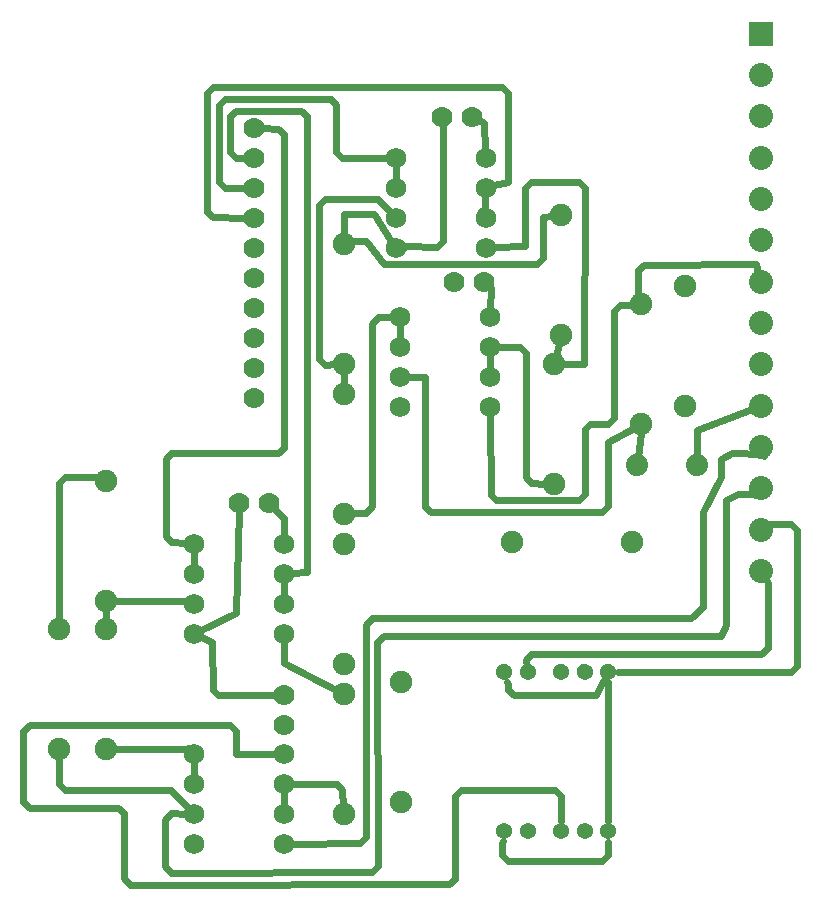
<source format=gtl>
G04 MADE WITH FRITZING*
G04 WWW.FRITZING.ORG*
G04 DOUBLE SIDED*
G04 HOLES PLATED*
G04 CONTOUR ON CENTER OF CONTOUR VECTOR*
%ASAXBY*%
%FSLAX23Y23*%
%MOIN*%
%OFA0B0*%
%SFA1.0B1.0*%
%ADD10C,0.075000*%
%ADD11C,0.070000*%
%ADD12C,0.053843*%
%ADD13C,0.080000*%
%ADD14C,0.068000*%
%ADD15C,0.074000*%
%ADD16R,0.080000X0.080000*%
%ADD17C,0.024000*%
%ADD18R,0.001000X0.001000*%
%LNCOPPER1*%
G90*
G70*
G54D10*
X196Y923D03*
X196Y523D03*
X2282Y2065D03*
X2282Y1665D03*
X1337Y746D03*
X1337Y346D03*
X1705Y1212D03*
X2105Y1212D03*
G54D11*
X1473Y2629D03*
X1573Y2629D03*
X1513Y2078D03*
X1613Y2078D03*
X944Y600D03*
X944Y700D03*
X795Y1341D03*
X895Y1341D03*
G54D12*
X1680Y247D03*
X1759Y247D03*
X1869Y247D03*
X1948Y247D03*
X2026Y247D03*
X1680Y779D03*
X1759Y779D03*
X1869Y779D03*
X1948Y779D03*
X2026Y779D03*
G54D11*
X845Y2593D03*
X845Y2493D03*
X845Y2393D03*
X845Y2293D03*
X845Y2193D03*
X845Y2093D03*
X845Y1993D03*
X845Y1893D03*
X845Y1793D03*
X845Y1693D03*
G54D10*
X2137Y1605D03*
X2137Y2005D03*
X1145Y2205D03*
X1145Y1805D03*
X353Y1415D03*
X353Y1015D03*
X353Y923D03*
X353Y523D03*
X1145Y1705D03*
X1145Y1305D03*
X1869Y2301D03*
X1869Y1901D03*
X1145Y1205D03*
X1145Y805D03*
X1145Y705D03*
X1145Y305D03*
X1845Y1805D03*
X1845Y1405D03*
G54D13*
X2536Y2906D03*
X2536Y2768D03*
X2536Y2630D03*
X2536Y2493D03*
X2536Y2355D03*
X2536Y2217D03*
X2536Y2079D03*
X2536Y1941D03*
X2536Y1804D03*
X2536Y1666D03*
X2536Y1528D03*
X2536Y1390D03*
X2536Y1252D03*
X2536Y1115D03*
G54D14*
X645Y1205D03*
X645Y1105D03*
X645Y1005D03*
X645Y905D03*
X945Y905D03*
X945Y1005D03*
X945Y1105D03*
X945Y1205D03*
X645Y1205D03*
X645Y1105D03*
X645Y1005D03*
X645Y905D03*
X945Y905D03*
X945Y1005D03*
X945Y1105D03*
X945Y1205D03*
X645Y505D03*
X645Y405D03*
X645Y305D03*
X645Y205D03*
X945Y205D03*
X945Y305D03*
X945Y405D03*
X945Y505D03*
X645Y505D03*
X645Y405D03*
X645Y305D03*
X645Y205D03*
X945Y205D03*
X945Y305D03*
X945Y405D03*
X945Y505D03*
X1318Y2493D03*
X1318Y2393D03*
X1318Y2293D03*
X1318Y2193D03*
X1618Y2193D03*
X1618Y2293D03*
X1618Y2393D03*
X1618Y2493D03*
X1318Y2493D03*
X1318Y2393D03*
X1318Y2293D03*
X1318Y2193D03*
X1618Y2193D03*
X1618Y2293D03*
X1618Y2393D03*
X1618Y2493D03*
X1333Y1962D03*
X1333Y1862D03*
X1333Y1762D03*
X1333Y1662D03*
X1633Y1662D03*
X1633Y1762D03*
X1633Y1862D03*
X1633Y1962D03*
X1333Y1962D03*
X1333Y1862D03*
X1333Y1762D03*
X1333Y1662D03*
X1633Y1662D03*
X1633Y1762D03*
X1633Y1862D03*
X1633Y1962D03*
G54D15*
X2122Y1468D03*
X2322Y1468D03*
G54D16*
X2536Y2906D03*
G54D17*
X1711Y700D02*
X1985Y702D01*
D02*
X1692Y739D02*
X1692Y719D01*
D02*
X1985Y702D02*
X2010Y749D01*
D02*
X1692Y719D02*
X1711Y700D01*
D02*
X1690Y746D02*
X1692Y739D01*
D02*
X2558Y1271D02*
X2560Y1272D01*
D02*
X1672Y207D02*
X1674Y214D01*
D02*
X1672Y168D02*
X1672Y207D01*
D02*
X2026Y168D02*
X2007Y149D01*
D02*
X1751Y818D02*
X1770Y838D01*
D02*
X2558Y1074D02*
X2551Y1088D01*
D02*
X2558Y857D02*
X2558Y1074D01*
D02*
X2637Y778D02*
X2657Y799D01*
D02*
X2655Y1251D02*
X2637Y1271D01*
D02*
X1691Y149D02*
X1672Y168D01*
D02*
X2007Y149D02*
X1691Y149D01*
D02*
X2026Y213D02*
X2026Y168D01*
D02*
X2026Y281D02*
X2026Y745D01*
D02*
X2537Y838D02*
X2558Y857D01*
D02*
X1770Y838D02*
X2537Y838D01*
D02*
X1752Y812D02*
X1751Y818D01*
D02*
X2637Y1271D02*
X2558Y1271D01*
D02*
X2657Y799D02*
X2655Y1251D01*
D02*
X2060Y779D02*
X2637Y778D01*
D02*
X432Y69D02*
X1495Y71D01*
D02*
X413Y307D02*
X413Y90D01*
D02*
X98Y326D02*
X392Y326D01*
D02*
X76Y583D02*
X76Y344D01*
D02*
X785Y583D02*
X766Y601D01*
D02*
X1515Y89D02*
X1515Y365D01*
D02*
X787Y504D02*
X785Y583D01*
D02*
X76Y344D02*
X98Y326D01*
D02*
X1869Y365D02*
X1869Y281D01*
D02*
X1515Y365D02*
X1534Y384D01*
D02*
X1534Y384D02*
X1850Y384D01*
D02*
X766Y601D02*
X98Y601D01*
D02*
X1850Y384D02*
X1869Y365D01*
D02*
X1495Y71D02*
X1515Y89D01*
D02*
X413Y90D02*
X432Y69D01*
D02*
X392Y326D02*
X413Y307D01*
D02*
X98Y601D02*
X76Y583D01*
D02*
X918Y505D02*
X787Y504D01*
D02*
X1634Y2058D02*
X1633Y1989D01*
D02*
X1612Y2609D02*
X1597Y2617D01*
D02*
X1631Y2060D02*
X1634Y2058D01*
D02*
X1616Y2520D02*
X1612Y2609D01*
D02*
X944Y1290D02*
X913Y1322D01*
D02*
X945Y1232D02*
X944Y1290D01*
D02*
X570Y385D02*
X627Y325D01*
D02*
X196Y494D02*
X197Y406D01*
D02*
X215Y385D02*
X570Y385D01*
D02*
X197Y406D02*
X215Y385D01*
D02*
X314Y1428D02*
X326Y1424D01*
D02*
X215Y1428D02*
X314Y1428D01*
D02*
X197Y1409D02*
X215Y1428D01*
D02*
X196Y952D02*
X197Y1409D01*
D02*
X1476Y2215D02*
X1474Y2603D01*
D02*
X1457Y2196D02*
X1476Y2215D01*
D02*
X1356Y2197D02*
X1457Y2196D01*
D02*
X1345Y2196D02*
X1356Y2197D01*
D02*
X787Y975D02*
X795Y1315D01*
D02*
X669Y917D02*
X787Y975D01*
D02*
X708Y719D02*
X707Y878D01*
D02*
X726Y700D02*
X708Y719D01*
D02*
X917Y700D02*
X726Y700D01*
D02*
X707Y878D02*
X670Y894D01*
D02*
X944Y807D02*
X945Y878D01*
D02*
X1120Y718D02*
X944Y807D01*
D02*
X945Y1078D02*
X945Y1032D01*
D02*
X645Y1178D02*
X645Y1132D01*
D02*
X608Y1016D02*
X382Y1015D01*
D02*
X619Y1013D02*
X608Y1016D01*
D02*
X353Y986D02*
X353Y952D01*
D02*
X628Y523D02*
X627Y525D01*
D02*
X382Y523D02*
X628Y523D01*
D02*
X570Y1507D02*
X551Y1488D01*
D02*
X924Y1507D02*
X570Y1507D01*
D02*
X944Y1526D02*
X924Y1507D01*
D02*
X944Y2571D02*
X944Y1526D01*
D02*
X924Y2589D02*
X944Y2571D01*
D02*
X876Y2591D02*
X924Y2589D01*
D02*
X570Y1212D02*
X618Y1207D01*
D02*
X551Y1232D02*
X570Y1212D01*
D02*
X551Y1488D02*
X551Y1232D01*
D02*
X1140Y386D02*
X1121Y405D01*
D02*
X1121Y405D02*
X972Y405D01*
D02*
X1143Y333D02*
X1140Y386D01*
D02*
X1023Y1113D02*
X972Y1108D01*
D02*
X1023Y1370D02*
X1023Y1113D01*
D02*
X1021Y2630D02*
X1023Y1370D01*
D02*
X1003Y2648D02*
X1021Y2630D01*
D02*
X1278Y2492D02*
X1290Y2492D01*
D02*
X1140Y2493D02*
X1278Y2492D01*
D02*
X1120Y2512D02*
X1140Y2493D01*
D02*
X1120Y2669D02*
X1120Y2512D01*
D02*
X1101Y2689D02*
X1120Y2669D01*
D02*
X785Y2648D02*
X1003Y2648D01*
D02*
X767Y2630D02*
X785Y2648D01*
D02*
X785Y2492D02*
X767Y2512D01*
D02*
X767Y2512D02*
X767Y2630D01*
D02*
X814Y2492D02*
X785Y2492D01*
D02*
X748Y2689D02*
X1101Y2689D01*
D02*
X728Y2669D02*
X748Y2689D01*
D02*
X748Y2392D02*
X728Y2411D01*
D02*
X728Y2411D02*
X728Y2669D01*
D02*
X814Y2393D02*
X748Y2392D01*
D02*
X550Y131D02*
X550Y285D01*
D02*
X568Y109D02*
X550Y131D01*
D02*
X1238Y110D02*
X568Y109D01*
D02*
X1259Y130D02*
X1238Y110D01*
D02*
X568Y307D02*
X618Y306D01*
D02*
X550Y285D02*
X568Y307D01*
D02*
X2459Y1370D02*
X2420Y1350D01*
D02*
X2518Y1370D02*
X2459Y1370D01*
D02*
X2515Y1367D02*
X2518Y1370D01*
D02*
X2401Y897D02*
X1279Y897D01*
D02*
X2420Y936D02*
X2401Y897D01*
D02*
X2420Y1350D02*
X2420Y936D01*
D02*
X1257Y877D02*
X1259Y130D01*
D02*
X1279Y897D02*
X1257Y877D01*
D02*
X2545Y1505D02*
X2440Y1508D01*
D02*
X2341Y1312D02*
X2341Y994D01*
D02*
X2401Y1428D02*
X2341Y1312D01*
D02*
X2341Y994D02*
X2303Y957D01*
D02*
X2401Y1488D02*
X2401Y1428D01*
D02*
X2440Y1508D02*
X2401Y1488D01*
D02*
X2547Y1499D02*
X2545Y1505D01*
D02*
X1220Y936D02*
X1219Y228D01*
D02*
X1239Y957D02*
X1220Y936D01*
D02*
X2303Y957D02*
X1239Y957D01*
D02*
X1199Y208D02*
X972Y205D01*
D02*
X1219Y228D02*
X1199Y208D01*
D02*
X2006Y1312D02*
X1437Y1311D01*
D02*
X1437Y1311D02*
X1416Y1329D01*
D02*
X1417Y1763D02*
X1360Y1762D01*
D02*
X1416Y1329D02*
X1417Y1763D01*
D02*
X2026Y1331D02*
X2006Y1312D01*
D02*
X2026Y1447D02*
X2026Y1331D01*
D02*
X2026Y1546D02*
X2026Y1447D01*
D02*
X2112Y1592D02*
X2026Y1546D01*
D02*
X2125Y2038D02*
X2127Y2032D01*
D02*
X2125Y2118D02*
X2125Y2038D01*
D02*
X2144Y2136D02*
X2125Y2118D01*
D02*
X2518Y2137D02*
X2144Y2136D01*
D02*
X2527Y2109D02*
X2518Y2137D01*
D02*
X2125Y1495D02*
X2134Y1576D01*
D02*
X2321Y1585D02*
X2321Y1495D01*
D02*
X2507Y1655D02*
X2321Y1585D01*
D02*
X2027Y1606D02*
X1966Y1605D01*
D02*
X1652Y1350D02*
X1634Y1369D01*
D02*
X1928Y1350D02*
X1652Y1350D01*
D02*
X1948Y1370D02*
X1928Y1350D01*
D02*
X1948Y1587D02*
X1948Y1370D01*
D02*
X1966Y1605D02*
X1948Y1587D01*
D02*
X1634Y1369D02*
X1633Y1634D01*
D02*
X2046Y1625D02*
X2027Y1606D01*
D02*
X2045Y1980D02*
X2046Y1625D01*
D02*
X2065Y2000D02*
X2045Y1980D01*
D02*
X2109Y2003D02*
X2065Y2000D01*
D02*
X1062Y1822D02*
X1061Y2334D01*
D02*
X1082Y1802D02*
X1062Y1822D01*
D02*
X1258Y2354D02*
X1299Y2312D01*
D02*
X1081Y2354D02*
X1258Y2354D01*
D02*
X1061Y2334D02*
X1081Y2354D01*
D02*
X1117Y1804D02*
X1082Y1802D01*
D02*
X1145Y1733D02*
X1145Y1776D01*
D02*
X1145Y2305D02*
X1145Y2233D01*
D02*
X1244Y2305D02*
X1145Y2305D01*
D02*
X1303Y2216D02*
X1244Y2305D01*
D02*
X1692Y2709D02*
X1691Y2413D01*
D02*
X1673Y2728D02*
X1692Y2709D01*
D02*
X708Y2728D02*
X1673Y2728D01*
D02*
X689Y2709D02*
X708Y2728D01*
D02*
X689Y2313D02*
X689Y2709D01*
D02*
X708Y2294D02*
X689Y2313D01*
D02*
X814Y2293D02*
X708Y2294D01*
D02*
X1691Y2413D02*
X1644Y2400D01*
D02*
X1809Y2294D02*
X1840Y2298D01*
D02*
X1750Y2393D02*
X1750Y2197D01*
D02*
X1750Y2197D02*
X1645Y2194D01*
D02*
X1945Y1805D02*
X1948Y2393D01*
D02*
X1929Y2413D02*
X1770Y2413D01*
D02*
X1770Y2413D02*
X1750Y2393D01*
D02*
X1948Y2393D02*
X1929Y2413D01*
D02*
X1874Y1805D02*
X1945Y1805D01*
D02*
X1731Y1862D02*
X1660Y1862D01*
D02*
X1751Y1429D02*
X1751Y1842D01*
D02*
X1751Y1842D02*
X1731Y1862D01*
D02*
X1770Y1409D02*
X1751Y1429D01*
D02*
X1817Y1406D02*
X1770Y1409D01*
D02*
X1862Y1873D02*
X1852Y1833D01*
D02*
X1809Y2157D02*
X1809Y2294D01*
D02*
X1789Y2138D02*
X1809Y2157D01*
D02*
X1278Y2138D02*
X1789Y2138D01*
D02*
X1219Y2216D02*
X1278Y2138D01*
D02*
X1179Y2216D02*
X1219Y2216D01*
D02*
X1172Y2214D02*
X1179Y2216D01*
D02*
X1260Y1960D02*
X1305Y1961D01*
D02*
X1239Y1939D02*
X1260Y1960D01*
D02*
X1239Y1330D02*
X1239Y1939D01*
D02*
X1219Y1309D02*
X1239Y1330D01*
D02*
X1174Y1307D02*
X1219Y1309D01*
D02*
X945Y378D02*
X945Y332D01*
D02*
X1617Y2293D02*
X1617Y2366D01*
D02*
X1601Y2314D02*
X1617Y2293D01*
D02*
X1633Y1789D02*
X1633Y1834D01*
D02*
X645Y432D02*
X645Y478D01*
D02*
X1333Y1889D02*
X1333Y1934D01*
D02*
X1318Y2420D02*
X1318Y2466D01*
G54D18*
X1678Y805D02*
X1679Y805D01*
X1757Y805D02*
X1758Y805D01*
X1867Y805D02*
X1868Y805D01*
X1946Y805D02*
X1947Y805D01*
X2024Y805D02*
X2026Y805D01*
X1672Y804D02*
X1685Y804D01*
X1751Y804D02*
X1764Y804D01*
X1861Y804D02*
X1874Y804D01*
X1940Y804D02*
X1953Y804D01*
X2018Y804D02*
X2032Y804D01*
X1669Y803D02*
X1688Y803D01*
X1748Y803D02*
X1767Y803D01*
X1858Y803D02*
X1877Y803D01*
X1937Y803D02*
X1956Y803D01*
X2016Y803D02*
X2034Y803D01*
X1668Y802D02*
X1690Y802D01*
X1746Y802D02*
X1769Y802D01*
X1856Y802D02*
X1879Y802D01*
X1935Y802D02*
X1958Y802D01*
X2014Y802D02*
X2036Y802D01*
X1666Y801D02*
X1692Y801D01*
X1744Y801D02*
X1771Y801D01*
X1855Y801D02*
X1881Y801D01*
X1933Y801D02*
X1959Y801D01*
X2012Y801D02*
X2038Y801D01*
X1664Y800D02*
X1693Y800D01*
X1743Y800D02*
X1772Y800D01*
X1853Y800D02*
X1882Y800D01*
X1932Y800D02*
X1961Y800D01*
X2011Y800D02*
X2040Y800D01*
X1663Y799D02*
X1694Y799D01*
X1742Y799D02*
X1773Y799D01*
X1852Y799D02*
X1883Y799D01*
X1931Y799D02*
X1962Y799D01*
X2009Y799D02*
X2041Y799D01*
X1662Y798D02*
X1696Y798D01*
X1741Y798D02*
X1774Y798D01*
X1851Y798D02*
X1885Y798D01*
X1930Y798D02*
X1963Y798D01*
X2008Y798D02*
X2042Y798D01*
X1661Y797D02*
X1697Y797D01*
X1740Y797D02*
X1775Y797D01*
X1850Y797D02*
X1885Y797D01*
X1929Y797D02*
X1964Y797D01*
X2007Y797D02*
X2043Y797D01*
X1660Y796D02*
X1697Y796D01*
X1739Y796D02*
X1776Y796D01*
X1849Y796D02*
X1886Y796D01*
X1928Y796D02*
X1965Y796D01*
X2007Y796D02*
X2044Y796D01*
X1659Y795D02*
X1677Y795D01*
X1680Y795D02*
X1698Y795D01*
X1738Y795D02*
X1756Y795D01*
X1759Y795D02*
X1777Y795D01*
X1848Y795D02*
X1866Y795D01*
X1869Y795D02*
X1887Y795D01*
X1927Y795D02*
X1945Y795D01*
X1948Y795D02*
X1966Y795D01*
X2006Y795D02*
X2024Y795D01*
X2027Y795D02*
X2045Y795D01*
X1659Y794D02*
X1673Y794D01*
X1685Y794D02*
X1699Y794D01*
X1737Y794D02*
X1752Y794D01*
X1764Y794D02*
X1778Y794D01*
X1847Y794D02*
X1862Y794D01*
X1874Y794D02*
X1888Y794D01*
X1926Y794D02*
X1940Y794D01*
X1953Y794D02*
X1967Y794D01*
X2005Y794D02*
X2019Y794D01*
X2031Y794D02*
X2045Y794D01*
X1658Y793D02*
X1671Y793D01*
X1687Y793D02*
X1700Y793D01*
X1737Y793D02*
X1750Y793D01*
X1766Y793D02*
X1778Y793D01*
X1847Y793D02*
X1860Y793D01*
X1876Y793D02*
X1888Y793D01*
X1926Y793D02*
X1939Y793D01*
X1954Y793D02*
X1967Y793D01*
X2004Y793D02*
X2017Y793D01*
X2033Y793D02*
X2046Y793D01*
X1657Y792D02*
X1669Y792D01*
X1688Y792D02*
X1700Y792D01*
X1736Y792D02*
X1748Y792D01*
X1767Y792D02*
X1779Y792D01*
X1846Y792D02*
X1858Y792D01*
X1877Y792D02*
X1889Y792D01*
X1925Y792D02*
X1937Y792D01*
X1956Y792D02*
X1968Y792D01*
X2004Y792D02*
X2016Y792D01*
X2035Y792D02*
X2046Y792D01*
X1657Y791D02*
X1668Y791D01*
X1690Y791D02*
X1701Y791D01*
X1736Y791D02*
X1747Y791D01*
X1768Y791D02*
X1779Y791D01*
X1846Y791D02*
X1857Y791D01*
X1878Y791D02*
X1890Y791D01*
X1925Y791D02*
X1936Y791D01*
X1957Y791D02*
X1968Y791D01*
X2003Y791D02*
X2015Y791D01*
X2036Y791D02*
X2047Y791D01*
X1656Y790D02*
X1667Y790D01*
X1691Y790D02*
X1701Y790D01*
X1735Y790D02*
X1746Y790D01*
X1769Y790D02*
X1780Y790D01*
X1845Y790D02*
X1856Y790D01*
X1879Y790D02*
X1890Y790D01*
X1924Y790D02*
X1935Y790D01*
X1958Y790D02*
X1969Y790D01*
X2003Y790D02*
X2014Y790D01*
X2037Y790D02*
X2048Y790D01*
X1656Y789D02*
X1666Y789D01*
X1691Y789D02*
X1702Y789D01*
X1735Y789D02*
X1745Y789D01*
X1770Y789D02*
X1780Y789D01*
X1845Y789D02*
X1855Y789D01*
X1880Y789D02*
X1890Y789D01*
X1924Y789D02*
X1934Y789D01*
X1959Y789D02*
X1969Y789D01*
X2002Y789D02*
X2013Y789D01*
X2038Y789D02*
X2048Y789D01*
X1656Y788D02*
X1666Y788D01*
X1692Y788D02*
X1702Y788D01*
X1734Y788D02*
X1744Y788D01*
X1771Y788D02*
X1781Y788D01*
X1845Y788D02*
X1855Y788D01*
X1881Y788D02*
X1891Y788D01*
X1923Y788D02*
X1933Y788D01*
X1960Y788D02*
X1970Y788D01*
X2002Y788D02*
X2012Y788D01*
X2038Y788D02*
X2048Y788D01*
X1655Y787D02*
X1665Y787D01*
X1693Y787D02*
X1702Y787D01*
X1734Y787D02*
X1744Y787D01*
X1771Y787D02*
X1781Y787D01*
X1844Y787D02*
X1854Y787D01*
X1881Y787D02*
X1891Y787D01*
X1923Y787D02*
X1933Y787D01*
X1960Y787D02*
X1970Y787D01*
X2002Y787D02*
X2012Y787D01*
X2039Y787D02*
X2049Y787D01*
X1655Y786D02*
X1665Y786D01*
X1693Y786D02*
X1702Y786D01*
X1734Y786D02*
X1743Y786D01*
X1772Y786D02*
X1781Y786D01*
X1844Y786D02*
X1854Y786D01*
X1882Y786D02*
X1891Y786D01*
X1923Y786D02*
X1932Y786D01*
X1961Y786D02*
X1970Y786D01*
X2001Y786D02*
X2011Y786D01*
X2039Y786D02*
X2049Y786D01*
X1655Y785D02*
X1664Y785D01*
X1693Y785D02*
X1703Y785D01*
X1734Y785D02*
X1743Y785D01*
X1772Y785D02*
X1781Y785D01*
X1844Y785D02*
X1853Y785D01*
X1882Y785D02*
X1892Y785D01*
X1922Y785D02*
X1932Y785D01*
X1961Y785D02*
X1970Y785D01*
X2001Y785D02*
X2011Y785D01*
X2040Y785D02*
X2049Y785D01*
X1655Y784D02*
X1664Y784D01*
X1694Y784D02*
X1703Y784D01*
X1733Y784D02*
X1743Y784D01*
X1772Y784D02*
X1782Y784D01*
X1844Y784D02*
X1853Y784D01*
X1883Y784D02*
X1892Y784D01*
X1922Y784D02*
X1932Y784D01*
X1961Y784D02*
X1971Y784D01*
X2001Y784D02*
X2010Y784D01*
X2040Y784D02*
X2049Y784D01*
X1655Y783D02*
X1664Y783D01*
X1694Y783D02*
X1703Y783D01*
X1733Y783D02*
X1742Y783D01*
X1773Y783D02*
X1782Y783D01*
X1843Y783D02*
X1853Y783D01*
X1883Y783D02*
X1892Y783D01*
X1922Y783D02*
X1931Y783D01*
X1962Y783D02*
X1971Y783D01*
X2001Y783D02*
X2010Y783D01*
X2040Y783D02*
X2049Y783D01*
X1654Y782D02*
X1664Y782D01*
X1694Y782D02*
X1703Y782D01*
X1733Y782D02*
X1742Y782D01*
X1773Y782D02*
X1782Y782D01*
X1843Y782D02*
X1852Y782D01*
X1883Y782D02*
X1892Y782D01*
X1922Y782D02*
X1931Y782D01*
X1962Y782D02*
X1971Y782D01*
X2001Y782D02*
X2010Y782D01*
X2040Y782D02*
X2049Y782D01*
X1654Y781D02*
X1663Y781D01*
X1694Y781D02*
X1703Y781D01*
X1733Y781D02*
X1742Y781D01*
X1773Y781D02*
X1782Y781D01*
X1843Y781D02*
X1852Y781D01*
X1883Y781D02*
X1892Y781D01*
X1922Y781D02*
X1931Y781D01*
X1962Y781D02*
X1971Y781D01*
X2001Y781D02*
X2010Y781D01*
X2041Y781D02*
X2050Y781D01*
X1654Y780D02*
X1663Y780D01*
X1694Y780D02*
X1703Y780D01*
X1733Y780D02*
X1742Y780D01*
X1773Y780D02*
X1782Y780D01*
X1843Y780D02*
X1852Y780D01*
X1883Y780D02*
X1892Y780D01*
X1922Y780D02*
X1931Y780D01*
X1962Y780D02*
X1971Y780D01*
X2001Y780D02*
X2010Y780D01*
X2041Y780D02*
X2050Y780D01*
X1654Y779D02*
X1663Y779D01*
X1694Y779D02*
X1703Y779D01*
X1733Y779D02*
X1742Y779D01*
X1773Y779D02*
X1782Y779D01*
X1843Y779D02*
X1852Y779D01*
X1883Y779D02*
X1892Y779D01*
X1922Y779D02*
X1931Y779D01*
X1962Y779D02*
X1971Y779D01*
X2001Y779D02*
X2010Y779D01*
X2041Y779D02*
X2050Y779D01*
X1654Y778D02*
X1664Y778D01*
X1694Y778D02*
X1703Y778D01*
X1733Y778D02*
X1742Y778D01*
X1773Y778D02*
X1782Y778D01*
X1843Y778D02*
X1853Y778D01*
X1883Y778D02*
X1892Y778D01*
X1922Y778D02*
X1931Y778D01*
X1962Y778D02*
X1971Y778D01*
X2001Y778D02*
X2010Y778D01*
X2040Y778D02*
X2049Y778D01*
X1655Y777D02*
X1664Y777D01*
X1694Y777D02*
X1703Y777D01*
X1733Y777D02*
X1742Y777D01*
X1773Y777D02*
X1782Y777D01*
X1843Y777D02*
X1853Y777D01*
X1883Y777D02*
X1892Y777D01*
X1922Y777D02*
X1931Y777D01*
X1962Y777D02*
X1971Y777D01*
X2001Y777D02*
X2010Y777D01*
X2040Y777D02*
X2049Y777D01*
X1655Y776D02*
X1664Y776D01*
X1694Y776D02*
X1703Y776D01*
X1733Y776D02*
X1743Y776D01*
X1772Y776D02*
X1782Y776D01*
X1844Y776D02*
X1853Y776D01*
X1883Y776D02*
X1892Y776D01*
X1922Y776D02*
X1932Y776D01*
X1961Y776D02*
X1970Y776D01*
X2001Y776D02*
X2010Y776D01*
X2040Y776D02*
X2049Y776D01*
X1655Y775D02*
X1664Y775D01*
X1693Y775D02*
X1703Y775D01*
X1734Y775D02*
X1743Y775D01*
X1772Y775D02*
X1781Y775D01*
X1844Y775D02*
X1853Y775D01*
X1882Y775D02*
X1892Y775D01*
X1922Y775D02*
X1932Y775D01*
X1961Y775D02*
X1970Y775D01*
X2001Y775D02*
X2011Y775D01*
X2040Y775D02*
X2049Y775D01*
X1655Y774D02*
X1665Y774D01*
X1693Y774D02*
X1702Y774D01*
X1734Y774D02*
X1743Y774D01*
X1772Y774D02*
X1781Y774D01*
X1844Y774D02*
X1854Y774D01*
X1882Y774D02*
X1891Y774D01*
X1923Y774D02*
X1932Y774D01*
X1961Y774D02*
X1970Y774D01*
X2001Y774D02*
X2011Y774D01*
X2039Y774D02*
X2049Y774D01*
X1655Y773D02*
X1665Y773D01*
X1693Y773D02*
X1702Y773D01*
X1734Y773D02*
X1744Y773D01*
X1771Y773D02*
X1781Y773D01*
X1844Y773D02*
X1854Y773D01*
X1881Y773D02*
X1891Y773D01*
X1923Y773D02*
X1933Y773D01*
X1960Y773D02*
X1970Y773D01*
X2002Y773D02*
X2012Y773D01*
X2039Y773D02*
X2049Y773D01*
X1656Y772D02*
X1666Y772D01*
X1692Y772D02*
X1702Y772D01*
X1734Y772D02*
X1744Y772D01*
X1771Y772D02*
X1781Y772D01*
X1845Y772D02*
X1855Y772D01*
X1881Y772D02*
X1891Y772D01*
X1923Y772D02*
X1933Y772D01*
X1960Y772D02*
X1969Y772D01*
X2002Y772D02*
X2012Y772D01*
X2038Y772D02*
X2048Y772D01*
X1656Y771D02*
X1666Y771D01*
X1691Y771D02*
X1701Y771D01*
X1735Y771D02*
X1745Y771D01*
X1770Y771D02*
X1780Y771D01*
X1845Y771D02*
X1855Y771D01*
X1880Y771D02*
X1890Y771D01*
X1924Y771D02*
X1934Y771D01*
X1959Y771D02*
X1969Y771D01*
X2002Y771D02*
X2013Y771D01*
X2038Y771D02*
X2048Y771D01*
X1657Y770D02*
X1667Y770D01*
X1690Y770D02*
X1701Y770D01*
X1735Y770D02*
X1746Y770D01*
X1769Y770D02*
X1780Y770D01*
X1845Y770D02*
X1856Y770D01*
X1879Y770D02*
X1890Y770D01*
X1924Y770D02*
X1935Y770D01*
X1958Y770D02*
X1969Y770D01*
X2003Y770D02*
X2014Y770D01*
X2037Y770D02*
X2047Y770D01*
X1657Y769D02*
X1668Y769D01*
X1689Y769D02*
X1701Y769D01*
X1736Y769D02*
X1747Y769D01*
X1768Y769D02*
X1779Y769D01*
X1846Y769D02*
X1857Y769D01*
X1878Y769D02*
X1889Y769D01*
X1925Y769D02*
X1936Y769D01*
X1957Y769D02*
X1968Y769D01*
X2003Y769D02*
X2015Y769D01*
X2036Y769D02*
X2047Y769D01*
X1658Y768D02*
X1669Y768D01*
X1688Y768D02*
X1700Y768D01*
X1736Y768D02*
X1748Y768D01*
X1767Y768D02*
X1779Y768D01*
X1846Y768D02*
X1858Y768D01*
X1877Y768D02*
X1889Y768D01*
X1925Y768D02*
X1937Y768D01*
X1956Y768D02*
X1968Y768D01*
X2004Y768D02*
X2016Y768D01*
X2035Y768D02*
X2046Y768D01*
X1658Y767D02*
X1671Y767D01*
X1687Y767D02*
X1699Y767D01*
X1737Y767D02*
X1750Y767D01*
X1765Y767D02*
X1778Y767D01*
X1847Y767D02*
X1860Y767D01*
X1876Y767D02*
X1888Y767D01*
X1926Y767D02*
X1939Y767D01*
X1954Y767D02*
X1967Y767D01*
X2004Y767D02*
X2017Y767D01*
X2033Y767D02*
X2046Y767D01*
X1659Y766D02*
X1673Y766D01*
X1685Y766D02*
X1699Y766D01*
X1737Y766D02*
X1752Y766D01*
X1763Y766D02*
X1778Y766D01*
X1848Y766D02*
X1862Y766D01*
X1874Y766D02*
X1888Y766D01*
X1926Y766D02*
X1941Y766D01*
X1952Y766D02*
X1966Y766D01*
X2005Y766D02*
X2019Y766D01*
X2031Y766D02*
X2045Y766D01*
X1660Y765D02*
X1698Y765D01*
X1738Y765D02*
X1777Y765D01*
X1848Y765D02*
X1887Y765D01*
X1927Y765D02*
X1966Y765D01*
X2006Y765D02*
X2044Y765D01*
X1660Y764D02*
X1697Y764D01*
X1739Y764D02*
X1776Y764D01*
X1849Y764D02*
X1886Y764D01*
X1928Y764D02*
X1965Y764D01*
X2007Y764D02*
X2044Y764D01*
X1661Y763D02*
X1696Y763D01*
X1740Y763D02*
X1775Y763D01*
X1850Y763D02*
X1885Y763D01*
X1929Y763D02*
X1964Y763D01*
X2008Y763D02*
X2043Y763D01*
X1662Y762D02*
X1695Y762D01*
X1741Y762D02*
X1774Y762D01*
X1851Y762D02*
X1884Y762D01*
X1930Y762D02*
X1963Y762D01*
X2009Y762D02*
X2042Y762D01*
X1663Y761D02*
X1694Y761D01*
X1742Y761D02*
X1773Y761D01*
X1852Y761D02*
X1883Y761D01*
X1931Y761D02*
X1962Y761D01*
X2010Y761D02*
X2040Y761D01*
X1665Y760D02*
X1693Y760D01*
X1743Y760D02*
X1772Y760D01*
X1854Y760D02*
X1882Y760D01*
X1932Y760D02*
X1961Y760D01*
X2011Y760D02*
X2039Y760D01*
X1666Y759D02*
X1691Y759D01*
X1745Y759D02*
X1770Y759D01*
X1855Y759D02*
X1880Y759D01*
X1934Y759D02*
X1959Y759D01*
X2012Y759D02*
X2038Y759D01*
X1668Y758D02*
X1690Y758D01*
X1747Y758D02*
X1768Y758D01*
X1857Y758D02*
X1879Y758D01*
X1936Y758D02*
X1957Y758D01*
X2014Y758D02*
X2036Y758D01*
X1670Y757D02*
X1688Y757D01*
X1749Y757D02*
X1766Y757D01*
X1859Y757D02*
X1877Y757D01*
X1938Y757D02*
X1955Y757D01*
X2016Y757D02*
X2034Y757D01*
X1673Y756D02*
X1685Y756D01*
X1752Y756D02*
X1763Y756D01*
X1862Y756D02*
X1874Y756D01*
X1941Y756D02*
X1952Y756D01*
X2019Y756D02*
X2031Y756D01*
X1675Y273D02*
X1683Y273D01*
X1753Y273D02*
X1762Y273D01*
X1863Y273D02*
X1872Y273D01*
X1942Y273D02*
X1951Y273D01*
X2021Y273D02*
X2029Y273D01*
X1671Y272D02*
X1687Y272D01*
X1750Y272D02*
X1765Y272D01*
X1860Y272D02*
X1876Y272D01*
X1939Y272D02*
X1954Y272D01*
X2017Y272D02*
X2033Y272D01*
X1669Y271D02*
X1689Y271D01*
X1747Y271D02*
X1768Y271D01*
X1858Y271D02*
X1878Y271D01*
X1936Y271D02*
X1957Y271D01*
X2015Y271D02*
X2035Y271D01*
X1667Y270D02*
X1691Y270D01*
X1745Y270D02*
X1769Y270D01*
X1856Y270D02*
X1880Y270D01*
X1934Y270D02*
X1958Y270D01*
X2013Y270D02*
X2037Y270D01*
X1665Y269D02*
X1692Y269D01*
X1744Y269D02*
X1771Y269D01*
X1854Y269D02*
X1881Y269D01*
X1933Y269D02*
X1960Y269D01*
X2011Y269D02*
X2039Y269D01*
X1664Y268D02*
X1694Y268D01*
X1743Y268D02*
X1772Y268D01*
X1853Y268D02*
X1883Y268D01*
X1931Y268D02*
X1961Y268D01*
X2010Y268D02*
X2040Y268D01*
X1663Y267D02*
X1695Y267D01*
X1741Y267D02*
X1774Y267D01*
X1852Y267D02*
X1884Y267D01*
X1930Y267D02*
X1963Y267D01*
X2009Y267D02*
X2041Y267D01*
X1662Y266D02*
X1696Y266D01*
X1740Y266D02*
X1775Y266D01*
X1850Y266D02*
X1885Y266D01*
X1929Y266D02*
X1964Y266D01*
X2008Y266D02*
X2042Y266D01*
X1661Y265D02*
X1697Y265D01*
X1739Y265D02*
X1776Y265D01*
X1850Y265D02*
X1886Y265D01*
X1928Y265D02*
X1964Y265D01*
X2007Y265D02*
X2043Y265D01*
X1660Y264D02*
X1698Y264D01*
X1739Y264D02*
X1776Y264D01*
X1849Y264D02*
X1887Y264D01*
X1927Y264D02*
X1965Y264D01*
X2006Y264D02*
X2044Y264D01*
X1659Y263D02*
X1675Y263D01*
X1683Y263D02*
X1699Y263D01*
X1738Y263D02*
X1753Y263D01*
X1762Y263D02*
X1777Y263D01*
X1848Y263D02*
X1864Y263D01*
X1872Y263D02*
X1887Y263D01*
X1927Y263D02*
X1942Y263D01*
X1951Y263D02*
X1966Y263D01*
X2005Y263D02*
X2021Y263D01*
X2029Y263D02*
X2045Y263D01*
X1658Y262D02*
X1672Y262D01*
X1686Y262D02*
X1699Y262D01*
X1737Y262D02*
X1751Y262D01*
X1764Y262D02*
X1778Y262D01*
X1847Y262D02*
X1861Y262D01*
X1875Y262D02*
X1888Y262D01*
X1926Y262D02*
X1940Y262D01*
X1953Y262D02*
X1967Y262D01*
X2005Y262D02*
X2018Y262D01*
X2032Y262D02*
X2046Y262D01*
X1658Y261D02*
X1670Y261D01*
X1688Y261D02*
X1700Y261D01*
X1736Y261D02*
X1749Y261D01*
X1766Y261D02*
X1778Y261D01*
X1847Y261D02*
X1859Y261D01*
X1876Y261D02*
X1889Y261D01*
X1925Y261D02*
X1938Y261D01*
X1955Y261D02*
X1967Y261D01*
X2004Y261D02*
X2016Y261D01*
X2034Y261D02*
X2046Y261D01*
X1657Y260D02*
X1669Y260D01*
X1689Y260D02*
X1700Y260D01*
X1736Y260D02*
X1748Y260D01*
X1768Y260D02*
X1779Y260D01*
X1846Y260D02*
X1858Y260D01*
X1878Y260D02*
X1889Y260D01*
X1925Y260D02*
X1936Y260D01*
X1956Y260D02*
X1968Y260D01*
X2004Y260D02*
X2015Y260D01*
X2035Y260D02*
X2047Y260D01*
X1657Y259D02*
X1668Y259D01*
X1690Y259D02*
X1701Y259D01*
X1735Y259D02*
X1746Y259D01*
X1769Y259D02*
X1780Y259D01*
X1846Y259D02*
X1857Y259D01*
X1879Y259D02*
X1890Y259D01*
X1924Y259D02*
X1935Y259D01*
X1958Y259D02*
X1968Y259D01*
X2003Y259D02*
X2014Y259D01*
X2036Y259D02*
X2047Y259D01*
X1656Y258D02*
X1667Y258D01*
X1691Y258D02*
X1701Y258D01*
X1735Y258D02*
X1746Y258D01*
X1770Y258D02*
X1780Y258D01*
X1845Y258D02*
X1856Y258D01*
X1880Y258D02*
X1890Y258D01*
X1924Y258D02*
X1934Y258D01*
X1958Y258D02*
X1969Y258D01*
X2003Y258D02*
X2013Y258D01*
X2037Y258D02*
X2048Y258D01*
X1656Y257D02*
X1666Y257D01*
X1692Y257D02*
X1702Y257D01*
X1735Y257D02*
X1745Y257D01*
X1770Y257D02*
X1780Y257D01*
X1845Y257D02*
X1855Y257D01*
X1881Y257D02*
X1891Y257D01*
X1923Y257D02*
X1934Y257D01*
X1959Y257D02*
X1969Y257D01*
X2002Y257D02*
X2012Y257D01*
X2038Y257D02*
X2048Y257D01*
X1655Y256D02*
X1665Y256D01*
X1692Y256D02*
X1702Y256D01*
X1734Y256D02*
X1744Y256D01*
X1771Y256D02*
X1781Y256D01*
X1844Y256D02*
X1854Y256D01*
X1881Y256D02*
X1891Y256D01*
X1923Y256D02*
X1933Y256D01*
X1960Y256D02*
X1970Y256D01*
X2002Y256D02*
X2012Y256D01*
X2039Y256D02*
X2048Y256D01*
X1655Y255D02*
X1665Y255D01*
X1693Y255D02*
X1702Y255D01*
X1734Y255D02*
X1744Y255D01*
X1771Y255D02*
X1781Y255D01*
X1844Y255D02*
X1854Y255D01*
X1882Y255D02*
X1891Y255D01*
X1923Y255D02*
X1933Y255D01*
X1960Y255D02*
X1970Y255D01*
X2002Y255D02*
X2011Y255D01*
X2039Y255D02*
X2049Y255D01*
X1655Y254D02*
X1664Y254D01*
X1693Y254D02*
X1703Y254D01*
X1734Y254D02*
X1743Y254D01*
X1772Y254D02*
X1781Y254D01*
X1844Y254D02*
X1853Y254D01*
X1882Y254D02*
X1892Y254D01*
X1923Y254D02*
X1932Y254D01*
X1961Y254D02*
X1970Y254D01*
X2001Y254D02*
X2011Y254D01*
X2040Y254D02*
X2049Y254D01*
X1655Y253D02*
X1664Y253D01*
X1694Y253D02*
X1703Y253D01*
X1733Y253D02*
X1743Y253D01*
X1772Y253D02*
X1782Y253D01*
X1844Y253D02*
X1853Y253D01*
X1882Y253D02*
X1892Y253D01*
X1922Y253D02*
X1932Y253D01*
X1961Y253D02*
X1970Y253D01*
X2001Y253D02*
X2010Y253D01*
X2040Y253D02*
X2049Y253D01*
X1655Y252D02*
X1664Y252D01*
X1694Y252D02*
X1703Y252D01*
X1733Y252D02*
X1743Y252D01*
X1773Y252D02*
X1782Y252D01*
X1843Y252D02*
X1853Y252D01*
X1883Y252D02*
X1892Y252D01*
X1922Y252D02*
X1931Y252D01*
X1961Y252D02*
X1971Y252D01*
X2001Y252D02*
X2010Y252D01*
X2040Y252D02*
X2049Y252D01*
X1654Y251D02*
X1664Y251D01*
X1694Y251D02*
X1703Y251D01*
X1733Y251D02*
X1742Y251D01*
X1773Y251D02*
X1782Y251D01*
X1843Y251D02*
X1853Y251D01*
X1883Y251D02*
X1892Y251D01*
X1922Y251D02*
X1931Y251D01*
X1962Y251D02*
X1971Y251D01*
X2001Y251D02*
X2010Y251D01*
X2040Y251D02*
X2049Y251D01*
X1654Y250D02*
X1664Y250D01*
X1694Y250D02*
X1703Y250D01*
X1733Y250D02*
X1742Y250D01*
X1773Y250D02*
X1782Y250D01*
X1843Y250D02*
X1852Y250D01*
X1883Y250D02*
X1892Y250D01*
X1922Y250D02*
X1931Y250D01*
X1962Y250D02*
X1971Y250D01*
X2001Y250D02*
X2010Y250D01*
X2041Y250D02*
X2049Y250D01*
X1654Y249D02*
X1663Y249D01*
X1694Y249D02*
X1703Y249D01*
X1733Y249D02*
X1742Y249D01*
X1773Y249D02*
X1782Y249D01*
X1843Y249D02*
X1852Y249D01*
X1883Y249D02*
X1892Y249D01*
X1922Y249D02*
X1931Y249D01*
X1962Y249D02*
X1971Y249D01*
X2001Y249D02*
X2010Y249D01*
X2041Y249D02*
X2050Y249D01*
X1654Y248D02*
X1663Y248D01*
X1694Y248D02*
X1703Y248D01*
X1733Y248D02*
X1742Y248D01*
X1773Y248D02*
X1782Y248D01*
X1843Y248D02*
X1852Y248D01*
X1883Y248D02*
X1892Y248D01*
X1922Y248D02*
X1931Y248D01*
X1962Y248D02*
X1971Y248D01*
X2001Y248D02*
X2010Y248D01*
X2041Y248D02*
X2050Y248D01*
X1654Y247D02*
X1664Y247D01*
X1694Y247D02*
X1703Y247D01*
X1733Y247D02*
X1742Y247D01*
X1773Y247D02*
X1782Y247D01*
X1843Y247D02*
X1852Y247D01*
X1883Y247D02*
X1892Y247D01*
X1922Y247D02*
X1931Y247D01*
X1962Y247D02*
X1971Y247D01*
X2001Y247D02*
X2010Y247D01*
X2041Y247D02*
X2049Y247D01*
X1654Y246D02*
X1664Y246D01*
X1694Y246D02*
X1703Y246D01*
X1733Y246D02*
X1742Y246D01*
X1773Y246D02*
X1782Y246D01*
X1843Y246D02*
X1853Y246D01*
X1883Y246D02*
X1892Y246D01*
X1922Y246D02*
X1931Y246D01*
X1962Y246D02*
X1971Y246D01*
X2001Y246D02*
X2010Y246D01*
X2040Y246D02*
X2049Y246D01*
X1655Y245D02*
X1664Y245D01*
X1694Y245D02*
X1703Y245D01*
X1733Y245D02*
X1743Y245D01*
X1773Y245D02*
X1782Y245D01*
X1843Y245D02*
X1853Y245D01*
X1883Y245D02*
X1892Y245D01*
X1922Y245D02*
X1931Y245D01*
X1962Y245D02*
X1971Y245D01*
X2001Y245D02*
X2010Y245D01*
X2040Y245D02*
X2049Y245D01*
X1655Y244D02*
X1664Y244D01*
X1694Y244D02*
X1703Y244D01*
X1733Y244D02*
X1743Y244D01*
X1772Y244D02*
X1781Y244D01*
X1844Y244D02*
X1853Y244D01*
X1883Y244D02*
X1892Y244D01*
X1922Y244D02*
X1932Y244D01*
X1961Y244D02*
X1970Y244D01*
X2001Y244D02*
X2010Y244D01*
X2040Y244D02*
X2049Y244D01*
X1655Y243D02*
X1664Y243D01*
X1693Y243D02*
X1703Y243D01*
X1734Y243D02*
X1743Y243D01*
X1772Y243D02*
X1781Y243D01*
X1844Y243D02*
X1853Y243D01*
X1882Y243D02*
X1891Y243D01*
X1923Y243D02*
X1932Y243D01*
X1961Y243D02*
X1970Y243D01*
X2001Y243D02*
X2011Y243D01*
X2040Y243D02*
X2049Y243D01*
X1655Y242D02*
X1665Y242D01*
X1693Y242D02*
X1702Y242D01*
X1734Y242D02*
X1744Y242D01*
X1772Y242D02*
X1781Y242D01*
X1844Y242D02*
X1854Y242D01*
X1882Y242D02*
X1891Y242D01*
X1923Y242D02*
X1933Y242D01*
X1960Y242D02*
X1970Y242D01*
X2002Y242D02*
X2011Y242D01*
X2039Y242D02*
X2049Y242D01*
X1655Y241D02*
X1665Y241D01*
X1692Y241D02*
X1702Y241D01*
X1734Y241D02*
X1744Y241D01*
X1771Y241D02*
X1781Y241D01*
X1844Y241D02*
X1854Y241D01*
X1881Y241D02*
X1891Y241D01*
X1923Y241D02*
X1933Y241D01*
X1960Y241D02*
X1970Y241D01*
X2002Y241D02*
X2012Y241D01*
X2039Y241D02*
X2048Y241D01*
X1656Y240D02*
X1666Y240D01*
X1692Y240D02*
X1702Y240D01*
X1735Y240D02*
X1745Y240D01*
X1770Y240D02*
X1780Y240D01*
X1845Y240D02*
X1855Y240D01*
X1881Y240D02*
X1891Y240D01*
X1923Y240D02*
X1934Y240D01*
X1959Y240D02*
X1969Y240D01*
X2002Y240D02*
X2012Y240D01*
X2038Y240D02*
X2048Y240D01*
X1656Y239D02*
X1667Y239D01*
X1691Y239D02*
X1701Y239D01*
X1735Y239D02*
X1745Y239D01*
X1770Y239D02*
X1780Y239D01*
X1845Y239D02*
X1856Y239D01*
X1880Y239D02*
X1890Y239D01*
X1924Y239D02*
X1934Y239D01*
X1959Y239D02*
X1969Y239D01*
X2003Y239D02*
X2013Y239D01*
X2037Y239D02*
X2048Y239D01*
X1657Y238D02*
X1668Y238D01*
X1690Y238D02*
X1701Y238D01*
X1735Y238D02*
X1746Y238D01*
X1769Y238D02*
X1780Y238D01*
X1846Y238D02*
X1857Y238D01*
X1879Y238D02*
X1890Y238D01*
X1924Y238D02*
X1935Y238D01*
X1958Y238D02*
X1968Y238D01*
X2003Y238D02*
X2014Y238D01*
X2036Y238D02*
X2047Y238D01*
X1657Y237D02*
X1669Y237D01*
X1689Y237D02*
X1700Y237D01*
X1736Y237D02*
X1747Y237D01*
X1768Y237D02*
X1779Y237D01*
X1846Y237D02*
X1858Y237D01*
X1878Y237D02*
X1889Y237D01*
X1925Y237D02*
X1936Y237D01*
X1957Y237D02*
X1968Y237D01*
X2004Y237D02*
X2015Y237D01*
X2035Y237D02*
X2047Y237D01*
X1658Y236D02*
X1670Y236D01*
X1688Y236D02*
X1700Y236D01*
X1737Y236D02*
X1749Y236D01*
X1766Y236D02*
X1778Y236D01*
X1847Y236D02*
X1859Y236D01*
X1877Y236D02*
X1889Y236D01*
X1925Y236D02*
X1938Y236D01*
X1955Y236D02*
X1967Y236D01*
X2004Y236D02*
X2016Y236D01*
X2034Y236D02*
X2046Y236D01*
X1658Y235D02*
X1672Y235D01*
X1686Y235D02*
X1699Y235D01*
X1737Y235D02*
X1750Y235D01*
X1765Y235D02*
X1778Y235D01*
X1847Y235D02*
X1861Y235D01*
X1875Y235D02*
X1888Y235D01*
X1926Y235D02*
X1939Y235D01*
X1954Y235D02*
X1967Y235D01*
X2005Y235D02*
X2018Y235D01*
X2032Y235D02*
X2046Y235D01*
X1659Y234D02*
X1674Y234D01*
X1683Y234D02*
X1698Y234D01*
X1738Y234D02*
X1753Y234D01*
X1762Y234D02*
X1777Y234D01*
X1848Y234D02*
X1863Y234D01*
X1872Y234D02*
X1887Y234D01*
X1927Y234D02*
X1942Y234D01*
X1951Y234D02*
X1966Y234D01*
X2005Y234D02*
X2021Y234D01*
X2030Y234D02*
X2045Y234D01*
X1660Y233D02*
X1698Y233D01*
X1739Y233D02*
X1776Y233D01*
X1849Y233D02*
X1887Y233D01*
X1927Y233D02*
X1965Y233D01*
X2006Y233D02*
X2044Y233D01*
X1661Y232D02*
X1697Y232D01*
X1739Y232D02*
X1776Y232D01*
X1850Y232D02*
X1886Y232D01*
X1928Y232D02*
X1964Y232D01*
X2007Y232D02*
X2043Y232D01*
X1662Y231D02*
X1696Y231D01*
X1740Y231D02*
X1775Y231D01*
X1850Y231D02*
X1885Y231D01*
X1929Y231D02*
X1964Y231D01*
X2008Y231D02*
X2042Y231D01*
X1663Y230D02*
X1695Y230D01*
X1741Y230D02*
X1774Y230D01*
X1852Y230D02*
X1884Y230D01*
X1930Y230D02*
X1962Y230D01*
X2009Y230D02*
X2041Y230D01*
X1664Y229D02*
X1694Y229D01*
X1743Y229D02*
X1772Y229D01*
X1853Y229D02*
X1883Y229D01*
X1932Y229D02*
X1961Y229D01*
X2010Y229D02*
X2040Y229D01*
X1665Y228D02*
X1692Y228D01*
X1744Y228D02*
X1771Y228D01*
X1854Y228D02*
X1881Y228D01*
X1933Y228D02*
X1960Y228D01*
X2011Y228D02*
X2039Y228D01*
X1667Y227D02*
X1691Y227D01*
X1746Y227D02*
X1769Y227D01*
X1856Y227D02*
X1880Y227D01*
X1934Y227D02*
X1958Y227D01*
X2013Y227D02*
X2037Y227D01*
X1669Y226D02*
X1689Y226D01*
X1747Y226D02*
X1768Y226D01*
X1858Y226D02*
X1878Y226D01*
X1936Y226D02*
X1956Y226D01*
X2015Y226D02*
X2035Y226D01*
X1671Y225D02*
X1687Y225D01*
X1750Y225D02*
X1765Y225D01*
X1860Y225D02*
X1875Y225D01*
X1939Y225D02*
X1954Y225D01*
X2017Y225D02*
X2033Y225D01*
X1675Y224D02*
X1683Y224D01*
X1753Y224D02*
X1761Y224D01*
X1864Y224D02*
X1872Y224D01*
X1942Y224D02*
X1950Y224D01*
X2021Y224D02*
X2029Y224D01*
D02*
G04 End of Copper1*
M02*
</source>
